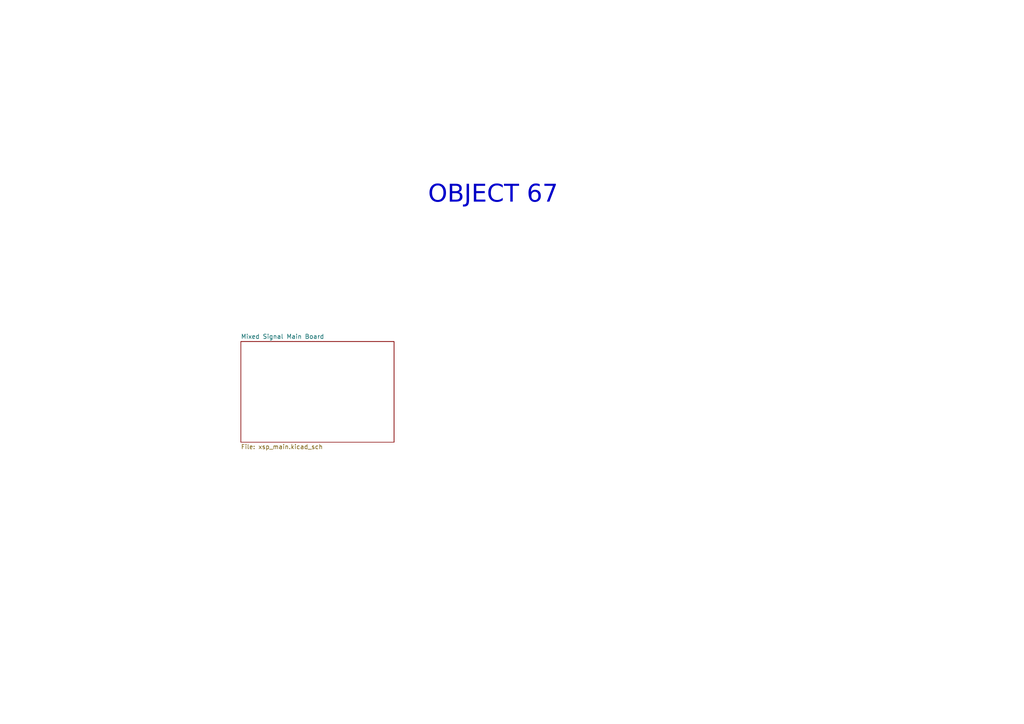
<source format=kicad_sch>
(kicad_sch
	(version 20250114)
	(generator "eeschema")
	(generator_version "9.0")
	(uuid "a52a93a9-ab60-414c-847b-3047ce4056cf")
	(paper "A4")
	(lib_symbols)
	(text "OBJECT 67"
		(exclude_from_sim no)
		(at 143.002 57.912 0)
		(effects
			(font
				(face "DIN 1451 fette Breitschrift 1936")
				(size 5.08 5.08)
			)
		)
		(uuid "5a3afa13-6d10-4d44-958e-8a86963f7354")
	)
	(sheet
		(at 69.85 99.06)
		(size 44.45 29.21)
		(exclude_from_sim no)
		(in_bom yes)
		(on_board yes)
		(dnp no)
		(fields_autoplaced yes)
		(stroke
			(width 0.1524)
			(type solid)
		)
		(fill
			(color 0 0 0 0.0000)
		)
		(uuid "2d7be8e2-05a1-49f5-8994-604be09973f2")
		(property "Sheetname" "Mixed Signal Main Board"
			(at 69.85 98.3484 0)
			(effects
				(font
					(size 1.27 1.27)
				)
				(justify left bottom)
			)
		)
		(property "Sheetfile" "xsp_main.kicad_sch"
			(at 69.85 128.8546 0)
			(effects
				(font
					(size 1.27 1.27)
				)
				(justify left top)
			)
		)
		(instances
			(project "object67"
				(path "/a52a93a9-ab60-414c-847b-3047ce4056cf"
					(page "2")
				)
			)
		)
	)
	(sheet_instances
		(path "/"
			(page "1")
		)
	)
	(embedded_fonts no)
)

</source>
